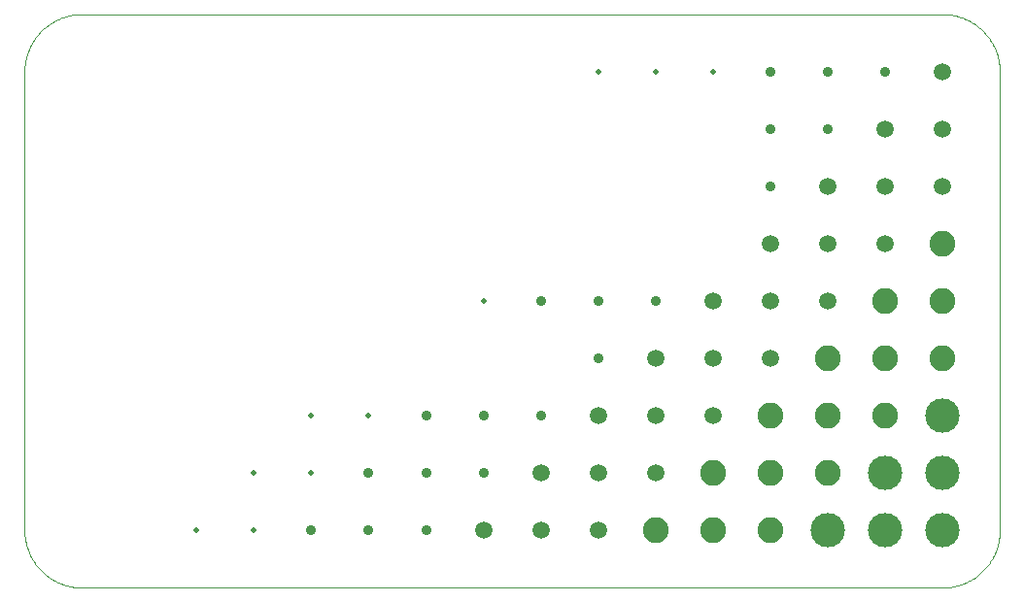
<source format=gtl>
G75*
%MOIN*%
%OFA0B0*%
%FSLAX25Y25*%
%IPPOS*%
%LPD*%
%AMOC8*
5,1,8,0,0,1.08239X$1,22.5*
%
%ADD10C,0.00039*%
%ADD11C,0.11811*%
%ADD12C,0.08858*%
%ADD13C,0.05906*%
%ADD14C,0.03569*%
%ADD15C,0.01994*%
D10*
X0020705Y0001020D02*
X0315980Y0001020D01*
X0316456Y0001026D01*
X0316931Y0001043D01*
X0317406Y0001072D01*
X0317880Y0001112D01*
X0318353Y0001164D01*
X0318824Y0001227D01*
X0319294Y0001301D01*
X0319762Y0001387D01*
X0320228Y0001484D01*
X0320691Y0001592D01*
X0321151Y0001711D01*
X0321609Y0001842D01*
X0322063Y0001983D01*
X0322514Y0002136D01*
X0322960Y0002299D01*
X0323403Y0002473D01*
X0323841Y0002658D01*
X0324275Y0002853D01*
X0324704Y0003059D01*
X0325128Y0003275D01*
X0325547Y0003501D01*
X0325960Y0003737D01*
X0326367Y0003983D01*
X0326768Y0004239D01*
X0327162Y0004505D01*
X0327551Y0004780D01*
X0327932Y0005064D01*
X0328306Y0005357D01*
X0328674Y0005659D01*
X0329034Y0005971D01*
X0329386Y0006290D01*
X0329730Y0006618D01*
X0330067Y0006955D01*
X0330395Y0007299D01*
X0330714Y0007651D01*
X0331026Y0008011D01*
X0331328Y0008379D01*
X0331621Y0008753D01*
X0331905Y0009134D01*
X0332180Y0009523D01*
X0332446Y0009917D01*
X0332702Y0010318D01*
X0332948Y0010725D01*
X0333184Y0011138D01*
X0333410Y0011557D01*
X0333626Y0011981D01*
X0333832Y0012410D01*
X0334027Y0012844D01*
X0334212Y0013282D01*
X0334386Y0013725D01*
X0334549Y0014171D01*
X0334702Y0014622D01*
X0334843Y0015076D01*
X0334974Y0015534D01*
X0335093Y0015994D01*
X0335201Y0016457D01*
X0335298Y0016923D01*
X0335384Y0017391D01*
X0335458Y0017861D01*
X0335521Y0018332D01*
X0335573Y0018805D01*
X0335613Y0019279D01*
X0335642Y0019754D01*
X0335659Y0020229D01*
X0335665Y0020705D01*
X0335665Y0178185D01*
X0335659Y0178661D01*
X0335642Y0179136D01*
X0335613Y0179611D01*
X0335573Y0180085D01*
X0335521Y0180558D01*
X0335458Y0181029D01*
X0335384Y0181499D01*
X0335298Y0181967D01*
X0335201Y0182433D01*
X0335093Y0182896D01*
X0334974Y0183356D01*
X0334843Y0183814D01*
X0334702Y0184268D01*
X0334549Y0184719D01*
X0334386Y0185165D01*
X0334212Y0185608D01*
X0334027Y0186046D01*
X0333832Y0186480D01*
X0333626Y0186909D01*
X0333410Y0187333D01*
X0333184Y0187752D01*
X0332948Y0188165D01*
X0332702Y0188572D01*
X0332446Y0188973D01*
X0332180Y0189367D01*
X0331905Y0189756D01*
X0331621Y0190137D01*
X0331328Y0190511D01*
X0331026Y0190879D01*
X0330714Y0191239D01*
X0330395Y0191591D01*
X0330067Y0191935D01*
X0329730Y0192272D01*
X0329386Y0192600D01*
X0329034Y0192919D01*
X0328674Y0193231D01*
X0328306Y0193533D01*
X0327932Y0193826D01*
X0327551Y0194110D01*
X0327162Y0194385D01*
X0326768Y0194651D01*
X0326367Y0194907D01*
X0325960Y0195153D01*
X0325547Y0195389D01*
X0325128Y0195615D01*
X0324704Y0195831D01*
X0324275Y0196037D01*
X0323841Y0196232D01*
X0323403Y0196417D01*
X0322960Y0196591D01*
X0322514Y0196754D01*
X0322063Y0196907D01*
X0321609Y0197048D01*
X0321151Y0197179D01*
X0320691Y0197298D01*
X0320228Y0197406D01*
X0319762Y0197503D01*
X0319294Y0197589D01*
X0318824Y0197663D01*
X0318353Y0197726D01*
X0317880Y0197778D01*
X0317406Y0197818D01*
X0316931Y0197847D01*
X0316456Y0197864D01*
X0315980Y0197870D01*
X0020705Y0197870D01*
X0020229Y0197864D01*
X0019754Y0197847D01*
X0019279Y0197818D01*
X0018805Y0197778D01*
X0018332Y0197726D01*
X0017861Y0197663D01*
X0017391Y0197589D01*
X0016923Y0197503D01*
X0016457Y0197406D01*
X0015994Y0197298D01*
X0015534Y0197179D01*
X0015076Y0197048D01*
X0014622Y0196907D01*
X0014171Y0196754D01*
X0013725Y0196591D01*
X0013282Y0196417D01*
X0012844Y0196232D01*
X0012410Y0196037D01*
X0011981Y0195831D01*
X0011557Y0195615D01*
X0011138Y0195389D01*
X0010725Y0195153D01*
X0010318Y0194907D01*
X0009917Y0194651D01*
X0009523Y0194385D01*
X0009134Y0194110D01*
X0008753Y0193826D01*
X0008379Y0193533D01*
X0008011Y0193231D01*
X0007651Y0192919D01*
X0007299Y0192600D01*
X0006955Y0192272D01*
X0006618Y0191935D01*
X0006290Y0191591D01*
X0005971Y0191239D01*
X0005659Y0190879D01*
X0005357Y0190511D01*
X0005064Y0190137D01*
X0004780Y0189756D01*
X0004505Y0189367D01*
X0004239Y0188973D01*
X0003983Y0188572D01*
X0003737Y0188165D01*
X0003501Y0187752D01*
X0003275Y0187333D01*
X0003059Y0186909D01*
X0002853Y0186480D01*
X0002658Y0186046D01*
X0002473Y0185608D01*
X0002299Y0185165D01*
X0002136Y0184719D01*
X0001983Y0184268D01*
X0001842Y0183814D01*
X0001711Y0183356D01*
X0001592Y0182896D01*
X0001484Y0182433D01*
X0001387Y0181967D01*
X0001301Y0181499D01*
X0001227Y0181029D01*
X0001164Y0180558D01*
X0001112Y0180085D01*
X0001072Y0179611D01*
X0001043Y0179136D01*
X0001026Y0178661D01*
X0001020Y0178185D01*
X0001020Y0020705D01*
X0001026Y0020229D01*
X0001043Y0019754D01*
X0001072Y0019279D01*
X0001112Y0018805D01*
X0001164Y0018332D01*
X0001227Y0017861D01*
X0001301Y0017391D01*
X0001387Y0016923D01*
X0001484Y0016457D01*
X0001592Y0015994D01*
X0001711Y0015534D01*
X0001842Y0015076D01*
X0001983Y0014622D01*
X0002136Y0014171D01*
X0002299Y0013725D01*
X0002473Y0013282D01*
X0002658Y0012844D01*
X0002853Y0012410D01*
X0003059Y0011981D01*
X0003275Y0011557D01*
X0003501Y0011138D01*
X0003737Y0010725D01*
X0003983Y0010318D01*
X0004239Y0009917D01*
X0004505Y0009523D01*
X0004780Y0009134D01*
X0005064Y0008753D01*
X0005357Y0008379D01*
X0005659Y0008011D01*
X0005971Y0007651D01*
X0006290Y0007299D01*
X0006618Y0006955D01*
X0006955Y0006618D01*
X0007299Y0006290D01*
X0007651Y0005971D01*
X0008011Y0005659D01*
X0008379Y0005357D01*
X0008753Y0005064D01*
X0009134Y0004780D01*
X0009523Y0004505D01*
X0009917Y0004239D01*
X0010318Y0003983D01*
X0010725Y0003737D01*
X0011138Y0003501D01*
X0011557Y0003275D01*
X0011981Y0003059D01*
X0012410Y0002853D01*
X0012844Y0002658D01*
X0013282Y0002473D01*
X0013725Y0002299D01*
X0014171Y0002136D01*
X0014622Y0001983D01*
X0015076Y0001842D01*
X0015534Y0001711D01*
X0015994Y0001592D01*
X0016457Y0001484D01*
X0016923Y0001387D01*
X0017391Y0001301D01*
X0017861Y0001227D01*
X0018332Y0001164D01*
X0018805Y0001112D01*
X0019279Y0001072D01*
X0019754Y0001043D01*
X0020229Y0001026D01*
X0020705Y0001020D01*
D11*
X0276610Y0020705D03*
X0296295Y0020705D03*
X0315980Y0020705D03*
X0315980Y0040390D03*
X0296295Y0040390D03*
X0315980Y0060075D03*
D12*
X0296295Y0060075D03*
X0276610Y0060075D03*
X0256925Y0060075D03*
X0256925Y0040390D03*
X0237240Y0040390D03*
X0237240Y0020705D03*
X0217555Y0020705D03*
X0256925Y0020705D03*
X0276610Y0040390D03*
X0276610Y0079760D03*
X0296295Y0079760D03*
X0315980Y0079760D03*
X0315980Y0099445D03*
X0296295Y0099445D03*
X0315980Y0119130D03*
D13*
X0296295Y0119130D03*
X0276610Y0119130D03*
X0256925Y0119130D03*
X0256925Y0099445D03*
X0237240Y0099445D03*
X0237240Y0079760D03*
X0217555Y0079760D03*
X0217555Y0060075D03*
X0197870Y0060075D03*
X0197870Y0040390D03*
X0178185Y0040390D03*
X0178185Y0020705D03*
X0158500Y0020705D03*
X0197870Y0020705D03*
X0217555Y0040390D03*
X0237240Y0060075D03*
X0256925Y0079760D03*
X0276610Y0099445D03*
X0276610Y0138815D03*
X0296295Y0138815D03*
X0315980Y0138815D03*
X0315980Y0158500D03*
X0296295Y0158500D03*
X0315980Y0178185D03*
D14*
X0296295Y0178185D03*
X0276610Y0178185D03*
X0256925Y0178185D03*
X0256925Y0158500D03*
X0276610Y0158500D03*
X0256925Y0138815D03*
X0217555Y0099445D03*
X0197870Y0099445D03*
X0178185Y0099445D03*
X0197870Y0079760D03*
X0178185Y0060075D03*
X0158500Y0060075D03*
X0138815Y0060075D03*
X0138815Y0040390D03*
X0158500Y0040390D03*
X0138815Y0020705D03*
X0119130Y0020705D03*
X0099445Y0020705D03*
X0119130Y0040390D03*
D15*
X0099445Y0040390D03*
X0079760Y0040390D03*
X0079760Y0020705D03*
X0060075Y0020705D03*
X0099445Y0060075D03*
X0119130Y0060075D03*
X0158500Y0099445D03*
X0197870Y0178185D03*
X0217555Y0178185D03*
X0237240Y0178185D03*
M02*

</source>
